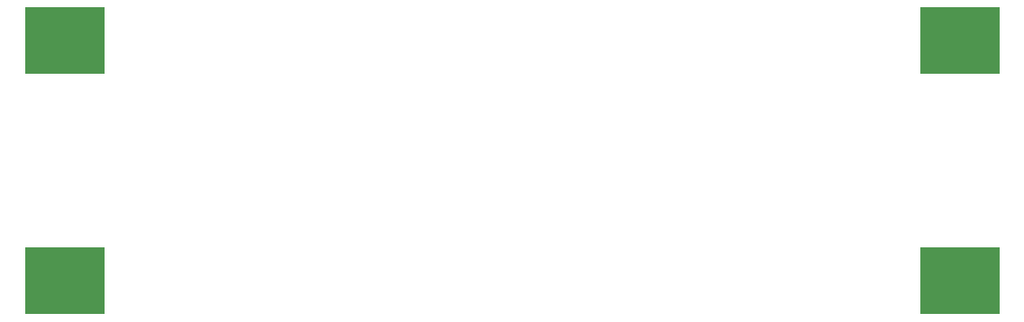
<source format=gbr>
%TF.GenerationSoftware,KiCad,Pcbnew,8.0.0*%
%TF.CreationDate,2025-01-17T03:21:33+02:00*%
%TF.ProjectId,diplomna_2024_bms_pcb_layout,6469706c-6f6d-46e6-915f-323032345f62,rev?*%
%TF.SameCoordinates,Original*%
%TF.FileFunction,Paste,Top*%
%TF.FilePolarity,Positive*%
%FSLAX46Y46*%
G04 Gerber Fmt 4.6, Leading zero omitted, Abs format (unit mm)*
G04 Created by KiCad (PCBNEW 8.0.0) date 2025-01-17 03:21:33*
%MOMM*%
%LPD*%
G01*
G04 APERTURE LIST*
%ADD10R,7.540000X6.350000*%
G04 APERTURE END LIST*
D10*
%TO.C,REF\u002A\u002A*%
X264550000Y-100720000D03*
X180450000Y-123280000D03*
X180450000Y-100720000D03*
X264550000Y-123280000D03*
%TD*%
M02*

</source>
